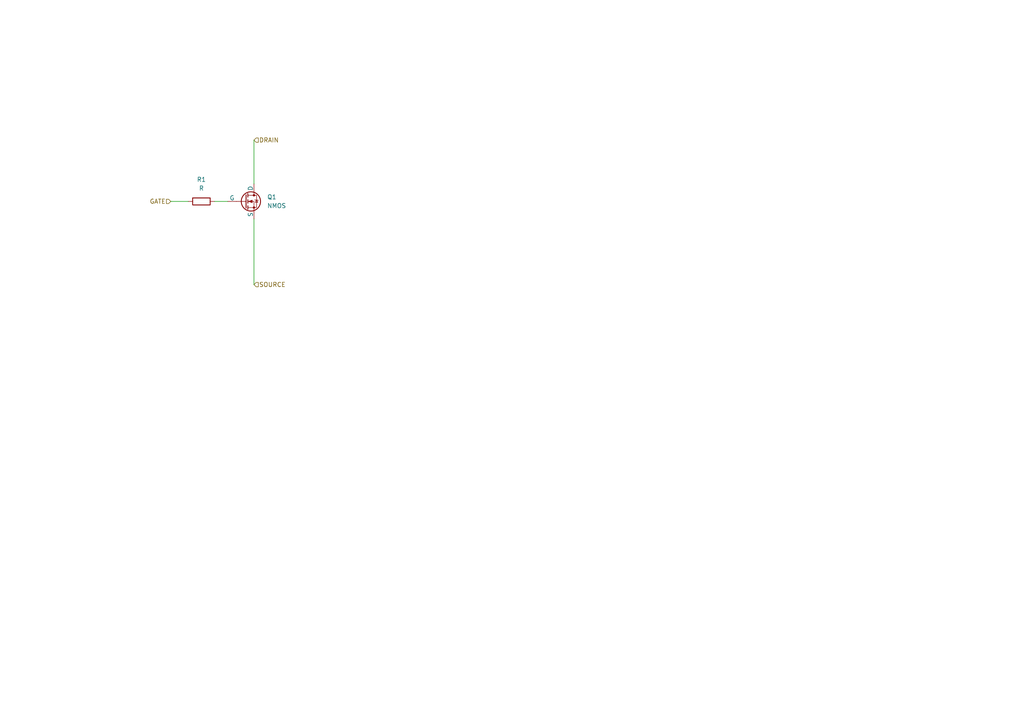
<source format=kicad_sch>
(kicad_sch (version 20231120) (generator "eeschema") (generator_version "8.0")
  (paper "A4")
  (lib_symbols
    (symbol "Device:R" (pin_numbers hide) (pin_names (offset 0))
      (property "Reference" "R" (at 2.032 0 90))
      (property "Value" "R" (at 0 0 90))
      (symbol "R_0_1"
        (rectangle (start -1.016 -2.54) (end 1.016 2.54) (stroke (width 0.254)))
      )
      (symbol "R_1_1"
        (pin passive line (at 0 3.81 270) (length 1.27) (name "~") (number "1"))
        (pin passive line (at 0 -3.81 90) (length 1.27) (name "~") (number "2"))
      )
    )
    (symbol "Simulation_SPICE:NMOS" (pin_numbers hide) (pin_names (offset 0))
      (property "Reference" "Q" (at 5.08 1.27 0))
      (property "Value" "NMOS" (at 5.08 -1.27 0))
      (symbol "NMOS_0_1"
        (polyline (pts (xy 0.254 0) (xy -2.54 0)))
        (polyline (pts (xy 0.254 1.905) (xy 0.254 -1.905)) (stroke (width 0.254)))
        (polyline (pts (xy 0.762 -1.27) (xy 0.762 -2.286)) (stroke (width 0.254)))
        (polyline (pts (xy 0.762 0.508) (xy 0.762 -0.508)) (stroke (width 0.254)))
        (polyline (pts (xy 0.762 2.286) (xy 0.762 1.27)) (stroke (width 0.254)))
        (polyline (pts (xy 2.54 2.54) (xy 2.54 1.778)))
        (polyline (pts (xy 2.54 -2.54) (xy 2.54 0) (xy 0.762 0)))
        (polyline (pts (xy 0.762 -1.778) (xy 3.302 -1.778) (xy 3.302 1.778) (xy 0.762 1.778)))
        (polyline (pts (xy 1.016 0) (xy 2.032 0.381) (xy 2.032 -0.381) (xy 1.016 0)) (fill (type outline)))
        (polyline (pts (xy 2.794 0.508) (xy 2.921 0.381) (xy 3.683 0.381) (xy 3.81 0.254)))
        (polyline (pts (xy 3.302 0.381) (xy 2.921 -0.254) (xy 3.683 -0.254) (xy 3.302 0.381)))
        (circle (center 1.651 0) (radius 2.794) (stroke (width 0.254)))
        (circle (center 2.54 -1.778) (radius 0.254) (fill (type outline)))
        (circle (center 2.54 1.778) (radius 0.254) (fill (type outline)))
      )
      (symbol "NMOS_1_1"
        (pin passive line (at 2.54 5.08 270) (length 2.54) (name "D") (number "1"))
        (pin input line (at -5.08 0 0) (length 2.54) (name "G") (number "2"))
        (pin passive line (at 2.54 -5.08 90) (length 2.54) (name "S") (number "3"))
      )
    )
  )
  (wire (pts (xy 73.66 40.64) (xy 73.66 53.34)))
  (wire (pts (xy 73.66 63.5) (xy 73.66 82.55)))
  (wire (pts (xy 49.53 58.42) (xy 54.61 58.42)))
  (wire (pts (xy 62.23 58.42) (xy 66.04 58.42)))
  (hierarchical_label "SOURCE" (shape input) (at 73.66 82.55 0))
  (hierarchical_label "DRAIN" (shape input) (at 73.66 40.64 0))
  (hierarchical_label "GATE" (shape input) (at 49.53 58.42 180))
  (symbol (lib_id "Simulation_SPICE:NMOS") (at 71.12 58.42 0) (unit 1)
    (property "Reference" "Q1" (at 77.47 57.1499 0) (effects (justify left)))
    (property "Value" "NMOS" (at 77.47 59.6899 0) (effects (justify left)))
    (property "Datasheet" "https://ngspice.sourceforge.io/docs/ngspice-html-manual/manual.xhtml#cha_MOSFETs" (effects (hide yes)))
    (property "Description" "N-MOSFET transistor, drain/source/gate" (effects (hide yes)))
    (property "Sim.Device" "NMOS" (effects (hide yes)))
    (property "Sim.Type" "VDMOS" (effects (hide yes)))
    (property "Sim.Pins" "1=D 2=G 3=S" (effects (hide yes)))
  )
  (symbol (lib_id "Device:R") (at 58.42 58.42 90) (unit 1)
    (property "Reference" "R1" (at 58.42 52.07 90))
    (property "Value" "R" (at 58.42 54.61 90))
    (property "Footprint" "100" (effects (hide yes)))
    (property "Description" "Resistor" (effects (hide yes)))
  )
)
</source>
